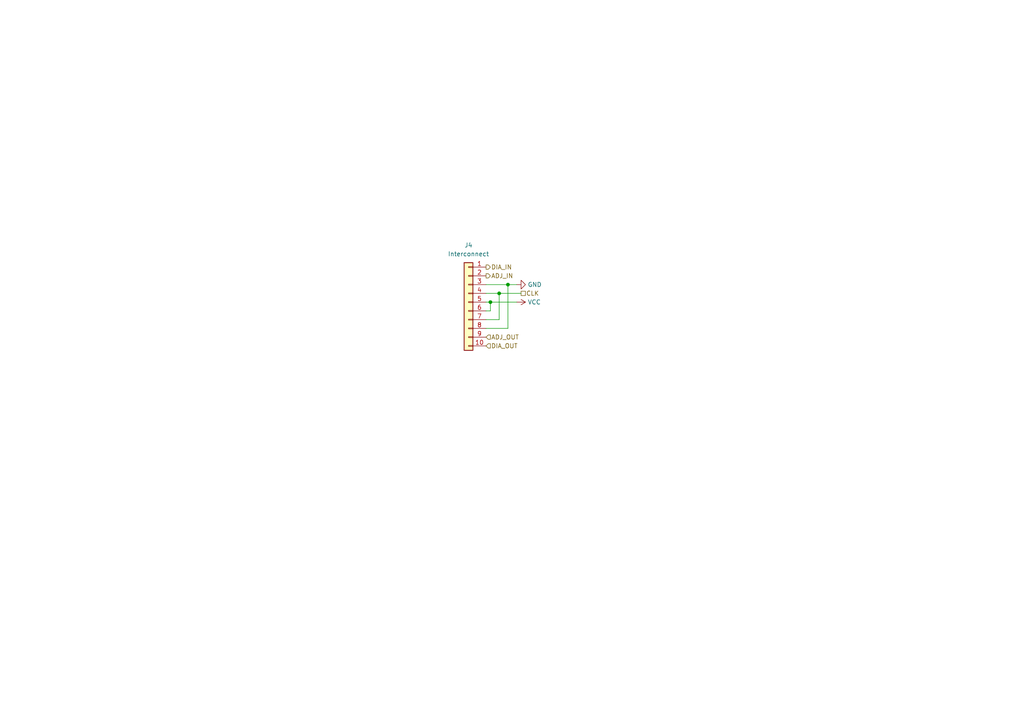
<source format=kicad_sch>
(kicad_sch (version 20211123) (generator eeschema)
  (paper "A4")
  (lib_symbols
    (symbol "Connector_Generic:Conn_01x10" (pin_names (offset 1.016) hide)
      (property "Reference" "J" (at 0 12.7 0))
      (property "Value" "Conn_01x10" (at 0 -15.24 0))
      (symbol "Conn_01x10_1_1"
        (rectangle (start -1.27 -12.573) (end 0 -12.827) (stroke (width 0.1524)))
        (rectangle (start -1.27 -10.033) (end 0 -10.287) (stroke (width 0.1524)))
        (rectangle (start -1.27 -7.493) (end 0 -7.747) (stroke (width 0.1524)))
        (rectangle (start -1.27 -4.953) (end 0 -5.207) (stroke (width 0.1524)))
        (rectangle (start -1.27 -2.413) (end 0 -2.667) (stroke (width 0.1524)))
        (rectangle (start -1.27 0.127) (end 0 -0.127) (stroke (width 0.1524)))
        (rectangle (start -1.27 2.667) (end 0 2.413) (stroke (width 0.1524)))
        (rectangle (start -1.27 5.207) (end 0 4.953) (stroke (width 0.1524)))
        (rectangle (start -1.27 7.747) (end 0 7.493) (stroke (width 0.1524)))
        (rectangle (start -1.27 10.287) (end 0 10.033) (stroke (width 0.1524)))
        (rectangle (start -1.27 11.43) (end 1.27 -13.97) (stroke (width 0.254)) (fill (type background)))
        (pin passive line (at -5.08 10.16 0) (length 3.81) (name "Pin_1") (number "1"))
        (pin passive line (at -5.08 -12.7 0) (length 3.81) (name "Pin_10") (number "10"))
        (pin passive line (at -5.08 7.62 0) (length 3.81) (name "Pin_2") (number "2"))
        (pin passive line (at -5.08 5.08 0) (length 3.81) (name "Pin_3") (number "3"))
        (pin passive line (at -5.08 2.54 0) (length 3.81) (name "Pin_4") (number "4"))
        (pin passive line (at -5.08 0 0) (length 3.81) (name "Pin_5") (number "5"))
        (pin passive line (at -5.08 -2.54 0) (length 3.81) (name "Pin_6") (number "6"))
        (pin passive line (at -5.08 -5.08 0) (length 3.81) (name "Pin_7") (number "7"))
        (pin passive line (at -5.08 -7.62 0) (length 3.81) (name "Pin_8") (number "8"))
        (pin passive line (at -5.08 -10.16 0) (length 3.81) (name "Pin_9") (number "9"))
      )
    )
    (symbol "power:GND" (power) (pin_names (offset 0))
      (property "Value" "GND" (at 0 -3.81 0))
      (symbol "GND_0_1"
        (polyline (pts (xy 0 0) (xy 0 -1.27) (xy 1.27 -1.27) (xy 0 -2.54) (xy -1.27 -1.27) (xy 0 -1.27)))
      )
      (symbol "GND_1_1"
        (pin power_in line (at 0 0 270) (length 0) hide (name "GND") (number "1"))
      )
    )
    (symbol "power:VCC" (power) (pin_names (offset 0))
      (property "Value" "VCC" (at 0 3.81 0))
      (symbol "VCC_0_1"
        (polyline (pts (xy -0.762 1.27) (xy 0 2.54)))
        (polyline (pts (xy 0 0) (xy 0 2.54)))
        (polyline (pts (xy 0 2.54) (xy 0.762 1.27)))
      )
      (symbol "VCC_1_1"
        (pin power_in line (at 0 0 90) (length 0) hide (name "VCC") (number "1"))
      )
    )
  )
  (junction (at 142.24 87.63))
  (junction (at 144.78 85.09))
  (junction (at 147.32 82.55))
  (wire (pts (xy 140.97 95.25) (xy 147.32 95.25)))
  (wire (pts (xy 140.97 92.71) (xy 144.78 92.71)))
  (wire (pts (xy 140.97 90.17) (xy 142.24 90.17)))
  (wire (pts (xy 149.86 87.63) (xy 142.24 87.63)))
  (wire (pts (xy 142.24 87.63) (xy 142.24 90.17)))
  (wire (pts (xy 140.97 85.09) (xy 144.78 85.09)))
  (wire (pts (xy 144.78 85.09) (xy 151.13 85.09)))
  (wire (pts (xy 147.32 82.55) (xy 149.86 82.55)))
  (wire (pts (xy 140.97 82.55) (xy 147.32 82.55)))
  (wire (pts (xy 147.32 82.55) (xy 147.32 95.25)))
  (wire (pts (xy 140.97 87.63) (xy 142.24 87.63)))
  (wire (pts (xy 144.78 85.09) (xy 144.78 92.71)))
  (hierarchical_label "DIA_OUT" (shape input) (at 140.97 100.33 0))
  (hierarchical_label "ADJ_IN" (shape output) (at 140.97 80.01 0))
  (hierarchical_label "ADJ_OUT" (shape input) (at 140.97 97.79 0))
  (hierarchical_label "CLK" (shape passive) (at 151.13 85.09 0))
  (hierarchical_label "DIA_IN" (shape output) (at 140.97 77.47 0))
  (symbol (lib_id "Connector_Generic:Conn_01x10") (at 135.89 87.63 0) (mirror y) (unit 1)
    (property "Reference" "J4" (at 135.89 71.12 0))
    (property "Value" "Interconnect" (at 135.89 73.66 0))
    (property "Footprint" "Connector_PinHeader_2.54mm:PinHeader_1x10_P2.54mm_Vertical" (effects hide))
    (property "LCSC" "C188245 / C2897392" (effects hide))
  )
  (symbol (lib_id "power:VCC") (at 149.86 87.63 270) (unit 1)
    (property "Reference" "#PWR013" (effects hide))
    (property "Value" "VCC" (at 153.035 87.6299 90) (effects (justify left)))
  )
  (symbol (lib_id "power:GND") (at 149.86 82.55 90) (unit 1)
    (property "Reference" "#PWR014" (effects hide))
    (property "Value" "GND" (at 153.035 82.5499 90) (effects (justify right)))
  )
)
</source>
